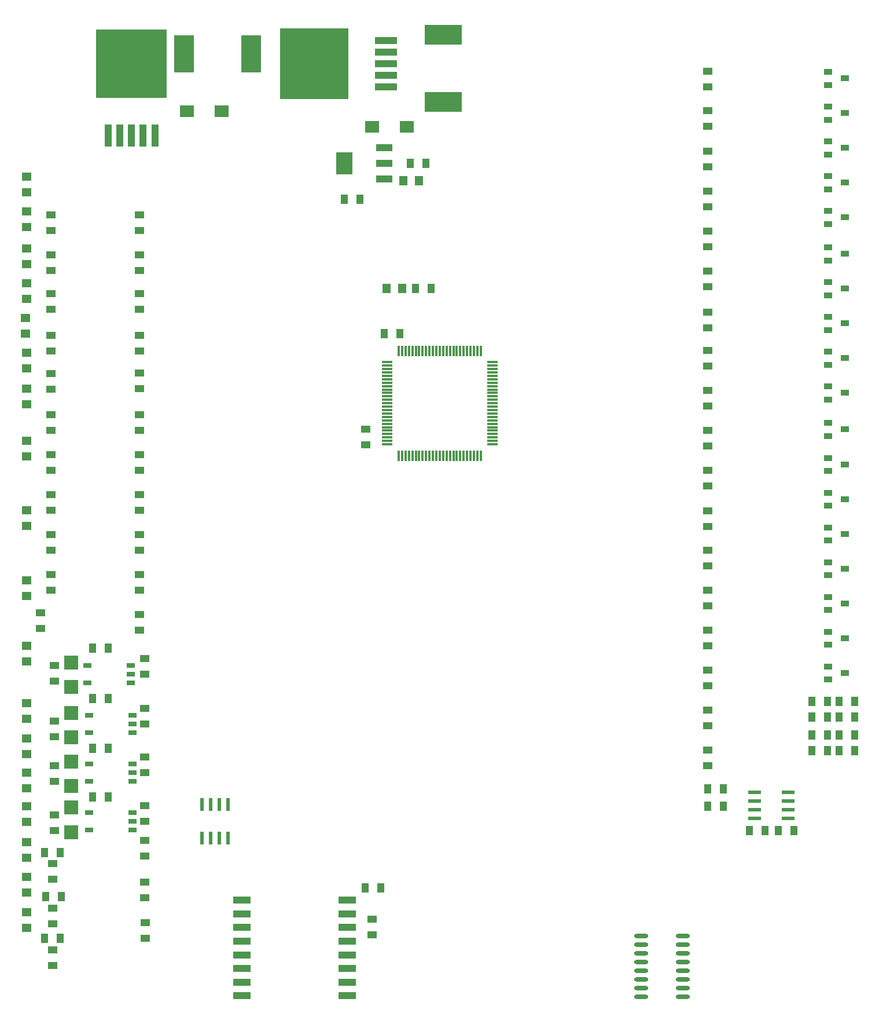
<source format=gtp>
G04*
G04 #@! TF.GenerationSoftware,Altium Limited,Altium Designer,21.0.8 (223)*
G04*
G04 Layer_Color=8421504*
%FSTAX24Y24*%
%MOIN*%
G70*
G04*
G04 #@! TF.SameCoordinates,8A4C6F49-4F26-47D5-9FDB-2FD25450CC73*
G04*
G04*
G04 #@! TF.FilePolarity,Positive*
G04*
G01*
G75*
%ADD22R,0.0472X0.0335*%
%ADD23R,0.0394X0.0550*%
%ADD24R,0.0780X0.0220*%
%ADD25R,0.0550X0.0394*%
%ADD26R,0.0500X0.0550*%
%ADD27R,0.0827X0.0787*%
%ADD28R,0.0472X0.0315*%
G04:AMPARAMS|DCode=29|XSize=61.4mil|YSize=11mil|CornerRadius=1.4mil|HoleSize=0mil|Usage=FLASHONLY|Rotation=90.000|XOffset=0mil|YOffset=0mil|HoleType=Round|Shape=RoundedRectangle|*
%AMROUNDEDRECTD29*
21,1,0.0614,0.0083,0,0,90.0*
21,1,0.0587,0.0110,0,0,90.0*
1,1,0.0028,0.0041,0.0293*
1,1,0.0028,0.0041,-0.0293*
1,1,0.0028,-0.0041,-0.0293*
1,1,0.0028,-0.0041,0.0293*
%
%ADD29ROUNDEDRECTD29*%
G04:AMPARAMS|DCode=30|XSize=61.4mil|YSize=11mil|CornerRadius=1.4mil|HoleSize=0mil|Usage=FLASHONLY|Rotation=0.000|XOffset=0mil|YOffset=0mil|HoleType=Round|Shape=RoundedRectangle|*
%AMROUNDEDRECTD30*
21,1,0.0614,0.0083,0,0,0.0*
21,1,0.0587,0.0110,0,0,0.0*
1,1,0.0028,0.0293,-0.0041*
1,1,0.0028,-0.0293,-0.0041*
1,1,0.0028,-0.0293,0.0041*
1,1,0.0028,0.0293,0.0041*
%
%ADD30ROUNDEDRECTD30*%
%ADD31R,0.0220X0.0780*%
%ADD32R,0.0550X0.0500*%
%ADD33R,0.1024X0.0433*%
%ADD34R,0.0787X0.0669*%
%ADD35R,0.1181X0.2126*%
%ADD36R,0.0945X0.1299*%
%ADD37R,0.0945X0.0394*%
%ADD38R,0.1260X0.0413*%
%ADD39R,0.3937X0.4114*%
%ADD40R,0.2126X0.1181*%
%ADD41R,0.0413X0.1260*%
%ADD42R,0.4114X0.3937*%
%ADD43O,0.0807X0.0236*%
D22*
X055042Y06305D02*
D03*
X05406Y063422D02*
D03*
X054058Y062664D02*
D03*
X055042Y06105D02*
D03*
X05406Y061422D02*
D03*
X054058Y060664D02*
D03*
X055042Y05905D02*
D03*
X05406Y059422D02*
D03*
X054058Y058664D02*
D03*
X055042Y05705D02*
D03*
X05406Y057422D02*
D03*
X054058Y056664D02*
D03*
X055042Y05505D02*
D03*
X05406Y055422D02*
D03*
X054058Y054664D02*
D03*
X055042Y05295D02*
D03*
X05406Y053322D02*
D03*
X054058Y052564D02*
D03*
X055042Y05095D02*
D03*
X05406Y051322D02*
D03*
X054058Y050564D02*
D03*
X055042Y04895D02*
D03*
X05406Y049322D02*
D03*
X054058Y048564D02*
D03*
X055042Y04695D02*
D03*
X05406Y047322D02*
D03*
X054058Y046564D02*
D03*
X05504Y04495D02*
D03*
X054058Y045322D02*
D03*
X054056Y044564D02*
D03*
X055038Y04285D02*
D03*
X054056Y043222D02*
D03*
X054054Y042464D02*
D03*
X055042Y040834D02*
D03*
X05406Y041206D02*
D03*
X054058Y040448D02*
D03*
X055042Y038834D02*
D03*
X05406Y039206D02*
D03*
X054058Y038448D02*
D03*
X055042Y036834D02*
D03*
X05406Y037206D02*
D03*
X054058Y036448D02*
D03*
X055042Y034834D02*
D03*
X05406Y035206D02*
D03*
X054058Y034448D02*
D03*
X055042Y032834D02*
D03*
X05406Y033206D02*
D03*
X054058Y032448D02*
D03*
X05504Y030834D02*
D03*
X054058Y031206D02*
D03*
X054056Y030448D02*
D03*
X055042Y028834D02*
D03*
X05406Y029206D02*
D03*
X054058Y028448D02*
D03*
D23*
X0556Y0272D02*
D03*
X0547D02*
D03*
X05315D02*
D03*
X05405D02*
D03*
X0556Y0263D02*
D03*
X0547D02*
D03*
X05315D02*
D03*
X05405D02*
D03*
X0556Y02525D02*
D03*
X0547D02*
D03*
X05315D02*
D03*
X05405D02*
D03*
X0556Y02435D02*
D03*
X0547D02*
D03*
X05315D02*
D03*
X05405D02*
D03*
X0521Y01975D02*
D03*
X0512D02*
D03*
X04955D02*
D03*
X05045D02*
D03*
X04805Y02215D02*
D03*
X04715D02*
D03*
X04805Y02115D02*
D03*
X04715D02*
D03*
X0303Y05095D02*
D03*
X0312D02*
D03*
X0117Y0217D02*
D03*
X0126D02*
D03*
X0117Y0245D02*
D03*
X0126D02*
D03*
X0117Y02735D02*
D03*
X0126D02*
D03*
X009Y01595D02*
D03*
X0099D02*
D03*
X00895Y0185D02*
D03*
X00985D02*
D03*
X0285Y04835D02*
D03*
X0294D02*
D03*
X00895Y01355D02*
D03*
X00985D02*
D03*
X027108Y0561D02*
D03*
X026208D02*
D03*
X0309Y05815D02*
D03*
X03D02*
D03*
X0126Y03025D02*
D03*
X0117D02*
D03*
X0283Y01645D02*
D03*
X0274D02*
D03*
D24*
X05177Y02195D02*
D03*
Y02145D02*
D03*
Y02095D02*
D03*
Y02045D02*
D03*
X04983D02*
D03*
Y02095D02*
D03*
Y02145D02*
D03*
Y02195D02*
D03*
D25*
X04715Y06345D02*
D03*
Y06255D02*
D03*
Y0612D02*
D03*
Y0603D02*
D03*
Y05885D02*
D03*
Y05795D02*
D03*
Y05655D02*
D03*
Y05565D02*
D03*
Y05425D02*
D03*
Y05335D02*
D03*
Y05195D02*
D03*
Y05105D02*
D03*
Y0496D02*
D03*
Y0487D02*
D03*
Y0474D02*
D03*
Y0465D02*
D03*
Y0451D02*
D03*
Y0442D02*
D03*
Y0428D02*
D03*
Y0419D02*
D03*
Y0405D02*
D03*
Y0396D02*
D03*
Y03815D02*
D03*
Y03725D02*
D03*
Y0359D02*
D03*
Y035D02*
D03*
Y0336D02*
D03*
Y0327D02*
D03*
Y0313D02*
D03*
Y0304D02*
D03*
Y029D02*
D03*
Y0281D02*
D03*
Y026684D02*
D03*
Y025784D02*
D03*
Y0244D02*
D03*
Y0235D02*
D03*
X0094Y0153D02*
D03*
Y0144D02*
D03*
Y01785D02*
D03*
Y01695D02*
D03*
X0095Y02065D02*
D03*
Y01975D02*
D03*
Y0235D02*
D03*
Y0226D02*
D03*
Y028345D02*
D03*
Y029245D02*
D03*
X0093Y0368D02*
D03*
Y0359D02*
D03*
Y0391D02*
D03*
Y0382D02*
D03*
Y0414D02*
D03*
Y0405D02*
D03*
Y0437D02*
D03*
Y0428D02*
D03*
Y04605D02*
D03*
Y04515D02*
D03*
Y04825D02*
D03*
Y04735D02*
D03*
X02745Y04195D02*
D03*
Y04285D02*
D03*
X0093Y0543D02*
D03*
Y0552D02*
D03*
Y052D02*
D03*
Y0529D02*
D03*
Y05065D02*
D03*
Y04975D02*
D03*
Y0345D02*
D03*
Y0336D02*
D03*
X0094Y0129D02*
D03*
Y012D02*
D03*
X0095Y02605D02*
D03*
Y02515D02*
D03*
X0087Y0314D02*
D03*
Y0323D02*
D03*
X0147Y0159D02*
D03*
Y0168D02*
D03*
X01475Y01355D02*
D03*
Y01445D02*
D03*
X0147Y0183D02*
D03*
Y0192D02*
D03*
Y0203D02*
D03*
Y0212D02*
D03*
X0144Y0414D02*
D03*
Y0405D02*
D03*
Y0543D02*
D03*
Y0552D02*
D03*
Y04825D02*
D03*
Y04735D02*
D03*
Y05065D02*
D03*
Y04975D02*
D03*
Y0461D02*
D03*
Y0452D02*
D03*
Y0437D02*
D03*
Y0428D02*
D03*
Y0529D02*
D03*
Y052D02*
D03*
X0147Y0259D02*
D03*
Y0268D02*
D03*
X0144Y0345D02*
D03*
Y0336D02*
D03*
Y0322D02*
D03*
Y0313D02*
D03*
Y0391D02*
D03*
Y0382D02*
D03*
Y0368D02*
D03*
Y0359D02*
D03*
X0147Y028745D02*
D03*
Y029645D02*
D03*
Y0231D02*
D03*
Y024D02*
D03*
X0278Y01465D02*
D03*
Y01375D02*
D03*
D26*
X029535Y05095D02*
D03*
X028635D02*
D03*
X0305Y05715D02*
D03*
X0296D02*
D03*
D27*
X01048Y029432D02*
D03*
Y02801D02*
D03*
Y023732D02*
D03*
Y02231D02*
D03*
Y021082D02*
D03*
Y01966D02*
D03*
Y026532D02*
D03*
Y02511D02*
D03*
D28*
X0139Y028245D02*
D03*
Y028745D02*
D03*
Y029245D02*
D03*
X0114Y028245D02*
D03*
Y029245D02*
D03*
X01399Y0254D02*
D03*
Y0259D02*
D03*
Y0264D02*
D03*
X01149Y0254D02*
D03*
Y0264D02*
D03*
X01399Y0226D02*
D03*
Y0231D02*
D03*
Y0236D02*
D03*
X01149Y0226D02*
D03*
Y0236D02*
D03*
X01399Y0198D02*
D03*
Y0203D02*
D03*
Y0208D02*
D03*
X01149Y0198D02*
D03*
Y0208D02*
D03*
D29*
X029338Y041326D02*
D03*
X029535D02*
D03*
X029732D02*
D03*
X029928D02*
D03*
X030125D02*
D03*
X030322D02*
D03*
X030519D02*
D03*
X030716D02*
D03*
X030913D02*
D03*
X031109D02*
D03*
X031306D02*
D03*
X031503D02*
D03*
X0317D02*
D03*
X031897D02*
D03*
X032094D02*
D03*
X032291D02*
D03*
X032487D02*
D03*
X032684D02*
D03*
X032881D02*
D03*
X033078D02*
D03*
X033275D02*
D03*
X033472D02*
D03*
X033668D02*
D03*
X033865D02*
D03*
X034062D02*
D03*
Y047374D02*
D03*
X033865D02*
D03*
X033668D02*
D03*
X033472D02*
D03*
X033275D02*
D03*
X033078D02*
D03*
X032881D02*
D03*
X032684D02*
D03*
X032487D02*
D03*
X032291D02*
D03*
X032094D02*
D03*
X031897D02*
D03*
X0317D02*
D03*
X031503D02*
D03*
X031306D02*
D03*
X031109D02*
D03*
X030913D02*
D03*
X030716D02*
D03*
X030519D02*
D03*
X030322D02*
D03*
X030125D02*
D03*
X029928D02*
D03*
X029732D02*
D03*
X029535D02*
D03*
X029338D02*
D03*
D30*
X028676Y046712D02*
D03*
Y046515D02*
D03*
Y046318D02*
D03*
Y046122D02*
D03*
Y045925D02*
D03*
Y045728D02*
D03*
Y045531D02*
D03*
Y045334D02*
D03*
Y045137D02*
D03*
Y044941D02*
D03*
Y044744D02*
D03*
Y044547D02*
D03*
Y04435D02*
D03*
Y044153D02*
D03*
Y043956D02*
D03*
Y043759D02*
D03*
Y043563D02*
D03*
Y043366D02*
D03*
Y043169D02*
D03*
Y042972D02*
D03*
Y042775D02*
D03*
Y042578D02*
D03*
Y042382D02*
D03*
Y042185D02*
D03*
Y041988D02*
D03*
X034724D02*
D03*
Y042185D02*
D03*
Y042382D02*
D03*
Y042578D02*
D03*
Y042775D02*
D03*
Y042972D02*
D03*
Y043169D02*
D03*
Y043366D02*
D03*
Y043563D02*
D03*
Y043759D02*
D03*
Y043956D02*
D03*
Y044153D02*
D03*
Y04435D02*
D03*
Y044547D02*
D03*
Y044744D02*
D03*
Y044941D02*
D03*
Y045137D02*
D03*
Y045334D02*
D03*
Y045531D02*
D03*
Y045728D02*
D03*
Y045925D02*
D03*
Y046122D02*
D03*
Y046318D02*
D03*
Y046515D02*
D03*
Y046712D02*
D03*
D31*
X0195Y01931D02*
D03*
X019D02*
D03*
X0185D02*
D03*
X018D02*
D03*
Y02125D02*
D03*
X0185D02*
D03*
X019D02*
D03*
X0195D02*
D03*
D32*
X0079Y0443D02*
D03*
Y0452D02*
D03*
Y0413D02*
D03*
Y0422D02*
D03*
Y0373D02*
D03*
Y0382D02*
D03*
Y03325D02*
D03*
Y03415D02*
D03*
Y0295D02*
D03*
Y0304D02*
D03*
Y0162D02*
D03*
Y0171D02*
D03*
Y0182D02*
D03*
Y0191D02*
D03*
Y02025D02*
D03*
Y02115D02*
D03*
Y0222D02*
D03*
Y0231D02*
D03*
Y02415D02*
D03*
Y02505D02*
D03*
Y0271D02*
D03*
Y0262D02*
D03*
Y04635D02*
D03*
Y04725D02*
D03*
X00785Y04835D02*
D03*
Y04925D02*
D03*
X0079Y015065D02*
D03*
Y014165D02*
D03*
Y0565D02*
D03*
Y0574D02*
D03*
Y0545D02*
D03*
Y0554D02*
D03*
Y05035D02*
D03*
Y05125D02*
D03*
Y05235D02*
D03*
Y05325D02*
D03*
D33*
X020319Y010244D02*
D03*
Y011032D02*
D03*
Y011819D02*
D03*
Y012606D02*
D03*
Y013394D02*
D03*
Y014181D02*
D03*
Y014969D02*
D03*
Y015756D02*
D03*
X026381D02*
D03*
Y014969D02*
D03*
Y014181D02*
D03*
Y013394D02*
D03*
Y012606D02*
D03*
Y011819D02*
D03*
Y011032D02*
D03*
Y010244D02*
D03*
D34*
X017148Y06115D02*
D03*
X019152D02*
D03*
X027798Y06025D02*
D03*
X029802D02*
D03*
D35*
X016971Y06445D02*
D03*
X020829D02*
D03*
D36*
X026208Y05815D02*
D03*
D37*
X028492Y059056D02*
D03*
Y05815D02*
D03*
Y057244D02*
D03*
D38*
X028612Y065239D02*
D03*
Y064569D02*
D03*
Y0639D02*
D03*
Y063231D02*
D03*
Y062561D02*
D03*
D39*
X024478Y0639D02*
D03*
D40*
X0319Y065558D02*
D03*
Y0617D02*
D03*
D41*
X015289Y059766D02*
D03*
X014619D02*
D03*
X01395D02*
D03*
X013281D02*
D03*
X012611D02*
D03*
D42*
X01395Y0639D02*
D03*
D43*
X043289Y0137D02*
D03*
Y0132D02*
D03*
Y0127D02*
D03*
Y0122D02*
D03*
Y0117D02*
D03*
Y0112D02*
D03*
Y0107D02*
D03*
Y0102D02*
D03*
X045711Y0137D02*
D03*
Y0132D02*
D03*
Y0127D02*
D03*
Y0122D02*
D03*
Y0117D02*
D03*
Y0112D02*
D03*
Y0107D02*
D03*
Y0102D02*
D03*
M02*

</source>
